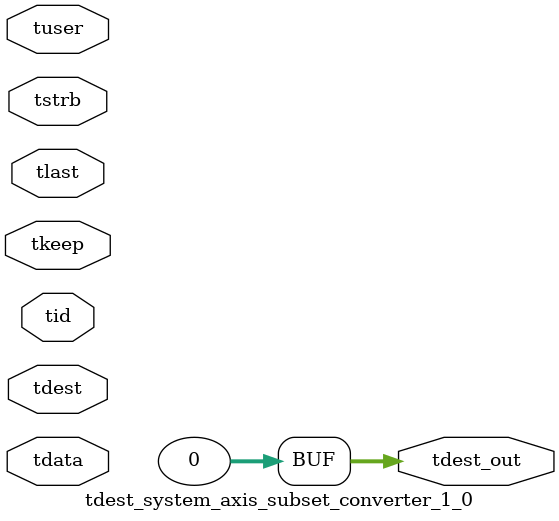
<source format=v>


`timescale 1ps/1ps

module tdest_system_axis_subset_converter_1_0 #
(
parameter C_S_AXIS_TDATA_WIDTH = 32,
parameter C_S_AXIS_TUSER_WIDTH = 0,
parameter C_S_AXIS_TID_WIDTH   = 0,
parameter C_S_AXIS_TDEST_WIDTH = 0,
parameter C_M_AXIS_TDEST_WIDTH = 32
)
(
input  [(C_S_AXIS_TDATA_WIDTH == 0 ? 1 : C_S_AXIS_TDATA_WIDTH)-1:0     ] tdata,
input  [(C_S_AXIS_TUSER_WIDTH == 0 ? 1 : C_S_AXIS_TUSER_WIDTH)-1:0     ] tuser,
input  [(C_S_AXIS_TID_WIDTH   == 0 ? 1 : C_S_AXIS_TID_WIDTH)-1:0       ] tid,
input  [(C_S_AXIS_TDEST_WIDTH == 0 ? 1 : C_S_AXIS_TDEST_WIDTH)-1:0     ] tdest,
input  [(C_S_AXIS_TDATA_WIDTH/8)-1:0 ] tkeep,
input  [(C_S_AXIS_TDATA_WIDTH/8)-1:0 ] tstrb,
input                                                                    tlast,
output [C_M_AXIS_TDEST_WIDTH-1:0] tdest_out
);

assign tdest_out = {1'b0};

endmodule


</source>
